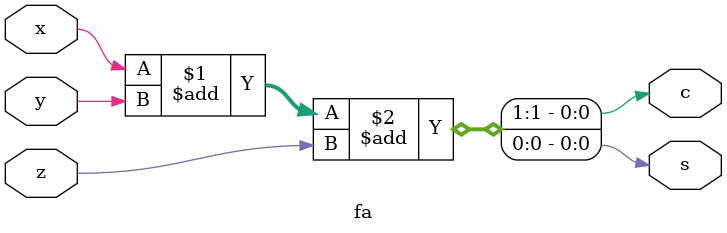
<source format=v>

module fa(
    input x,y,z,
    output c,s
);

assign {c,s} = x+y+z;

endmodule
    
</source>
